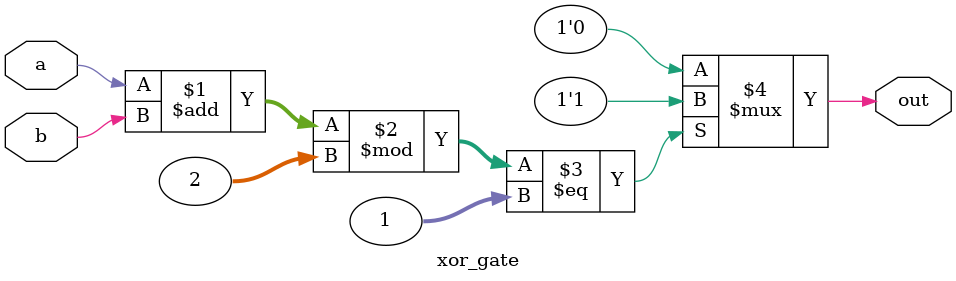
<source format=v>
`timescale 1ns/1ps

module xor_gate (
    a,b,
    out
);

  input a,b;
  output out;

  assign out = ((a+b)%2==1)? 1'b1:1'b0;
endmodule
</source>
